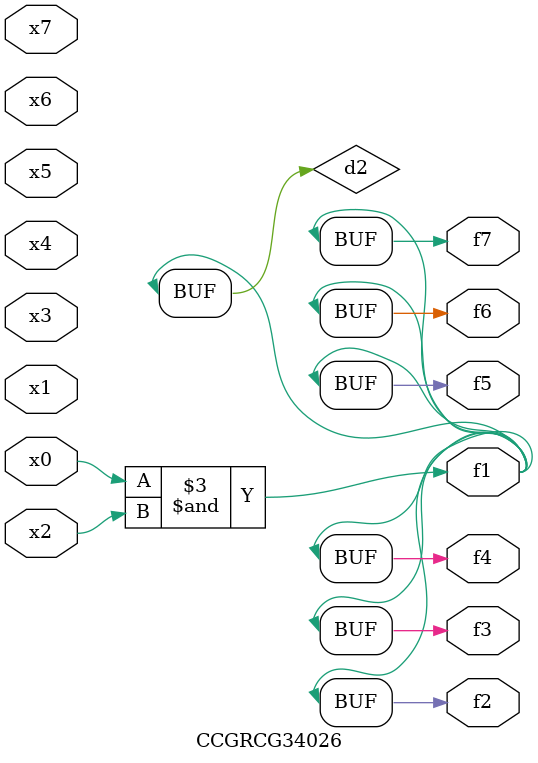
<source format=v>
module CCGRCG34026(
	input x0, x1, x2, x3, x4, x5, x6, x7,
	output f1, f2, f3, f4, f5, f6, f7
);

	wire d1, d2;

	nor (d1, x3, x6);
	and (d2, x0, x2);
	assign f1 = d2;
	assign f2 = d2;
	assign f3 = d2;
	assign f4 = d2;
	assign f5 = d2;
	assign f6 = d2;
	assign f7 = d2;
endmodule

</source>
